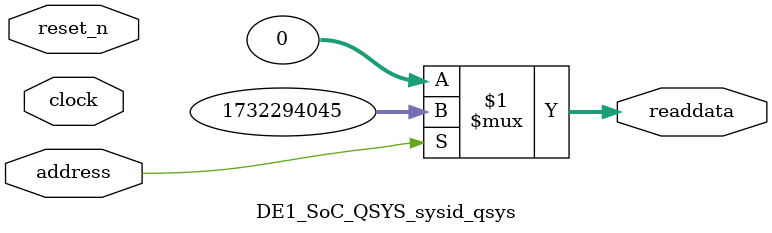
<source format=v>



// synthesis translate_off
`timescale 1ns / 1ps
// synthesis translate_on

// turn off superfluous verilog processor warnings 
// altera message_level Level1 
// altera message_off 10034 10035 10036 10037 10230 10240 10030 

module DE1_SoC_QSYS_sysid_qsys (
               // inputs:
                address,
                clock,
                reset_n,

               // outputs:
                readdata
             )
;

  output  [ 31: 0] readdata;
  input            address;
  input            clock;
  input            reset_n;

  wire    [ 31: 0] readdata;
  //control_slave, which is an e_avalon_slave
  assign readdata = address ? 1732294045 : 0;

endmodule



</source>
